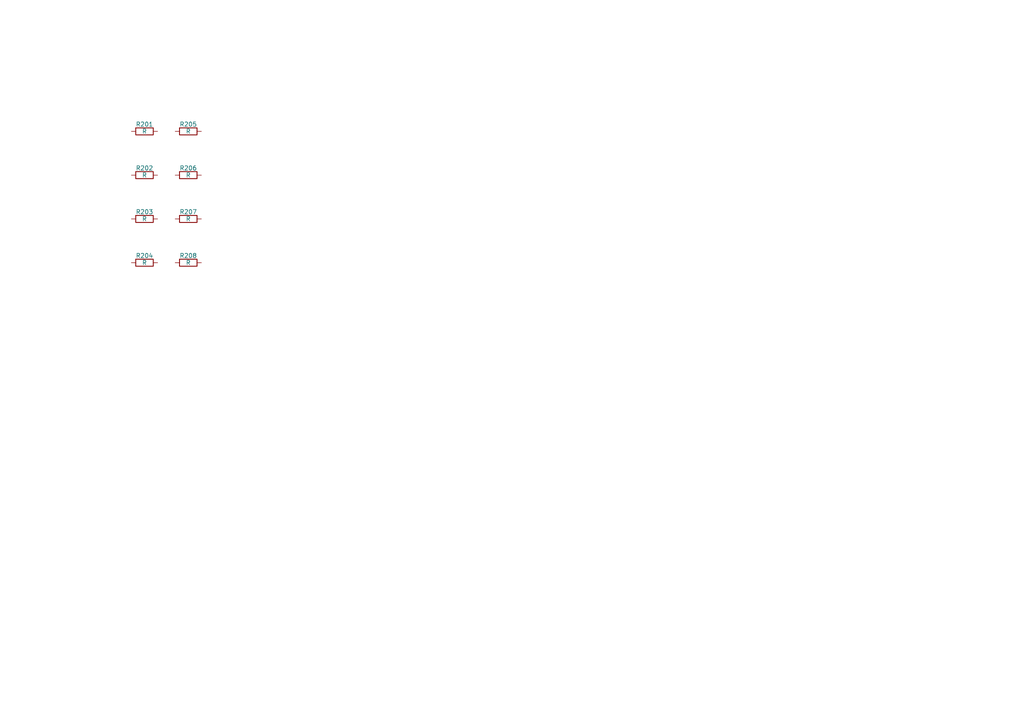
<source format=kicad_sch>
(kicad_sch (version 20231120) (generator "eeschema") (generator_version "7.99")
  (paper "A4")
  (lib_symbols
    (symbol "Device:R" (pin_numbers hide) (pin_names (offset 0))
      (property "Reference" "R" (at 2.032 0 90))
      (property "Value" "R" (at 0 0 90))
      (symbol "R_0_1"
        (rectangle (start -1.016 -2.54) (end 1.016 2.54) (stroke (width 0.254)))
      )
      (symbol "R_1_1"
        (pin passive line (at 0 3.81 270) (length 1.27) (name "~") (number "1"))
        (pin passive line (at 0 -3.81 90) (length 1.27) (name "~") (number "2"))
      )
    )
  )
  (symbol (lib_id "Device:R") (at 54.61 50.8 90) (unit 1)
    (property "Reference" "R206" (at 54.61 48.768 90))
    (property "Value" "R" (at 54.61 50.8 90))
    (property "Footprint" "Resistor_SMD:R_1206_3216Metric" (effects (hide yes)))
    (property "Description" "Resistor" (effects (hide yes)))
    (instances (project "place_footprints" (path "" (reference "R206") (unit 1)) (path "" (reference "R306") (unit 1)) (path "" (reference "R406") (unit 1)) (path "" (reference "R506") (unit 1)) (path "" (reference "R606") (unit 1)) (path "" (reference "R706") (unit 1)) (path "" (reference "R806") (unit 1)) (path "" (reference "R906") (unit 1))))
  )
  (symbol (lib_id "Device:R") (at 41.91 63.5 90) (unit 1)
    (property "Reference" "R203" (at 41.91 61.468 90))
    (property "Value" "R" (at 41.91 63.5 90))
    (property "Footprint" "Resistor_SMD:R_1206_3216Metric" (effects (hide yes)))
    (property "Description" "Resistor" (effects (hide yes)))
    (instances (project "place_footprints" (path "" (reference "R203") (unit 1)) (path "" (reference "R303") (unit 1)) (path "" (reference "R403") (unit 1)) (path "" (reference "R503") (unit 1)) (path "" (reference "R603") (unit 1)) (path "" (reference "R703") (unit 1)) (path "" (reference "R803") (unit 1)) (path "" (reference "R903") (unit 1))))
  )
  (symbol (lib_id "Device:R") (at 54.61 38.1 90) (unit 1)
    (property "Reference" "R205" (at 54.61 36.068 90))
    (property "Value" "R" (at 54.61 38.1 90))
    (property "Footprint" "Resistor_SMD:R_1206_3216Metric" (effects (hide yes)))
    (property "Description" "Resistor" (effects (hide yes)))
    (instances (project "place_footprints" (path "" (reference "R205") (unit 1)) (path "" (reference "R305") (unit 1)) (path "" (reference "R405") (unit 1)) (path "" (reference "R505") (unit 1)) (path "" (reference "R605") (unit 1)) (path "" (reference "R705") (unit 1)) (path "" (reference "R805") (unit 1)) (path "" (reference "R905") (unit 1))))
  )
  (symbol (lib_id "Device:R") (at 41.91 38.1 90) (unit 1)
    (property "Reference" "R201" (at 41.91 36.068 90))
    (property "Value" "R" (at 41.91 38.1 90))
    (property "Footprint" "Resistor_SMD:R_1206_3216Metric" (effects (hide yes)))
    (property "Description" "Resistor" (effects (hide yes)))
    (instances (project "place_footprints" (path "" (reference "R201") (unit 1)) (path "" (reference "R301") (unit 1)) (path "" (reference "R401") (unit 1)) (path "" (reference "R501") (unit 1)) (path "" (reference "R601") (unit 1)) (path "" (reference "R701") (unit 1)) (path "" (reference "R801") (unit 1)) (path "" (reference "R901") (unit 1))))
  )
  (symbol (lib_id "Device:R") (at 41.91 50.8 90) (unit 1)
    (property "Reference" "R202" (at 41.91 48.768 90))
    (property "Value" "R" (at 41.91 50.8 90))
    (property "Footprint" "Resistor_SMD:R_1206_3216Metric" (effects (hide yes)))
    (property "Description" "Resistor" (effects (hide yes)))
    (instances (project "place_footprints" (path "" (reference "R202") (unit 1)) (path "" (reference "R302") (unit 1)) (path "" (reference "R402") (unit 1)) (path "" (reference "R502") (unit 1)) (path "" (reference "R602") (unit 1)) (path "" (reference "R702") (unit 1)) (path "" (reference "R802") (unit 1)) (path "" (reference "R902") (unit 1))))
  )
  (symbol (lib_id "Device:R") (at 54.61 76.2 90) (unit 1)
    (property "Reference" "R208" (at 54.61 74.168 90))
    (property "Value" "R" (at 54.61 76.2 90))
    (property "Footprint" "Resistor_SMD:R_1206_3216Metric" (effects (hide yes)))
    (property "Description" "Resistor" (effects (hide yes)))
    (instances (project "place_footprints" (path "" (reference "R208") (unit 1)) (path "" (reference "R308") (unit 1)) (path "" (reference "R408") (unit 1)) (path "" (reference "R508") (unit 1)) (path "" (reference "R608") (unit 1)) (path "" (reference "R708") (unit 1)) (path "" (reference "R808") (unit 1)) (path "" (reference "R908") (unit 1))))
  )
  (symbol (lib_id "Device:R") (at 54.61 63.5 90) (unit 1)
    (property "Reference" "R207" (at 54.61 61.468 90))
    (property "Value" "R" (at 54.61 63.5 90))
    (property "Footprint" "Resistor_SMD:R_1206_3216Metric" (effects (hide yes)))
    (property "Description" "Resistor" (effects (hide yes)))
    (instances (project "place_footprints" (path "" (reference "R207") (unit 1)) (path "" (reference "R307") (unit 1)) (path "" (reference "R407") (unit 1)) (path "" (reference "R507") (unit 1)) (path "" (reference "R607") (unit 1)) (path "" (reference "R707") (unit 1)) (path "" (reference "R807") (unit 1)) (path "" (reference "R907") (unit 1))))
  )
  (symbol (lib_id "Device:R") (at 41.91 76.2 90) (unit 1)
    (property "Reference" "R204" (at 41.91 74.168 90))
    (property "Value" "R" (at 41.91 76.2 90))
    (property "Footprint" "Resistor_SMD:R_1206_3216Metric" (effects (hide yes)))
    (property "Description" "Resistor" (effects (hide yes)))
    (instances (project "place_footprints" (path "" (reference "R204") (unit 1)) (path "" (reference "R304") (unit 1)) (path "" (reference "R404") (unit 1)) (path "" (reference "R504") (unit 1)) (path "" (reference "R604") (unit 1)) (path "" (reference "R704") (unit 1)) (path "" (reference "R804") (unit 1)) (path "" (reference "R904") (unit 1))))
  )
)
</source>
